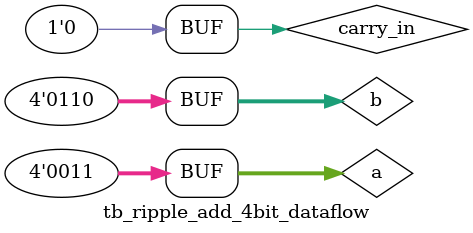
<source format=v>
module tb_ripple_add_4bit_dataflow();
        reg [3:0] a;
		reg [3:0] b;
		reg carry_in;
		wire [3:0] sum;
		wire carry_out;
		
		wire [2:0] c;
		
		ripple_add_4bit_dataflow RIP_ADD(
		
		  .a(a),
		  .b(b),
		  .carry_in(carry_in),
		  .carry_out(carry_out),
		  .sum(sum)
		  );
		  
		  
		initial begin
		 $monitor ("a=%b,b=%b,carry_in=%b,sum=%b,carry_out=%b",a,b,carry_in,sum,carry_out);
		 #1; a=4'b0000; b=4'b0000; carry_in=0;
		 #1; a = 4'b0000; b = 4'b0000; carry_in = 1;
         #1; a = 4'b0001; b = 4'b0001; carry_in = 0;
         #1; a = 4'b0001; b = 4'b0001; carry_in = 1;
         #1; a = 4'd3;    b = 4'd6;    carry_in = 0;
		end
endmodule
</source>
